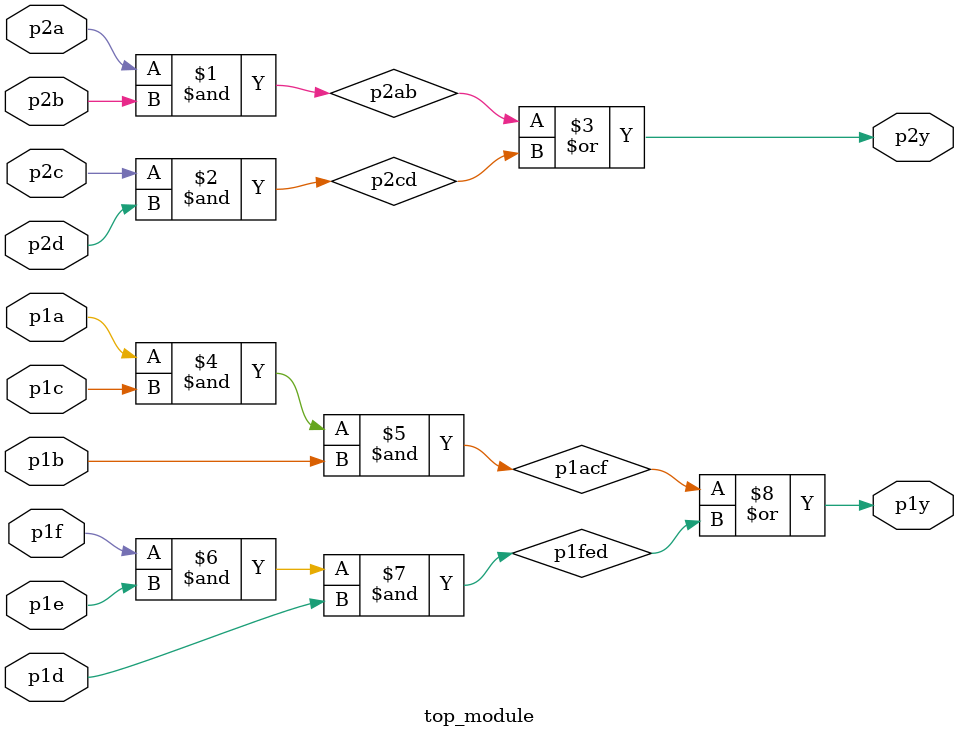
<source format=v>
module top_module ( 
    input p1a, p1b, p1c, p1d, p1e, p1f,
    output p1y,
    input p2a, p2b, p2c, p2d,
    output p2y 
);

    wire p2ab, p2cd, p1acf, p1fed;

    assign p2ab = p2a & p2b;
    assign p2cd = p2c & p2d;
    assign p2y = p2ab | p2cd;

    assign p1acf = p1a & p1c & p1b;  
    assign p1fed = p1f & p1e & p1d;
    assign p1y = p1acf | p1fed;

endmodule

//The 7458 is a chip with four AND gates and two OR gates

</source>
